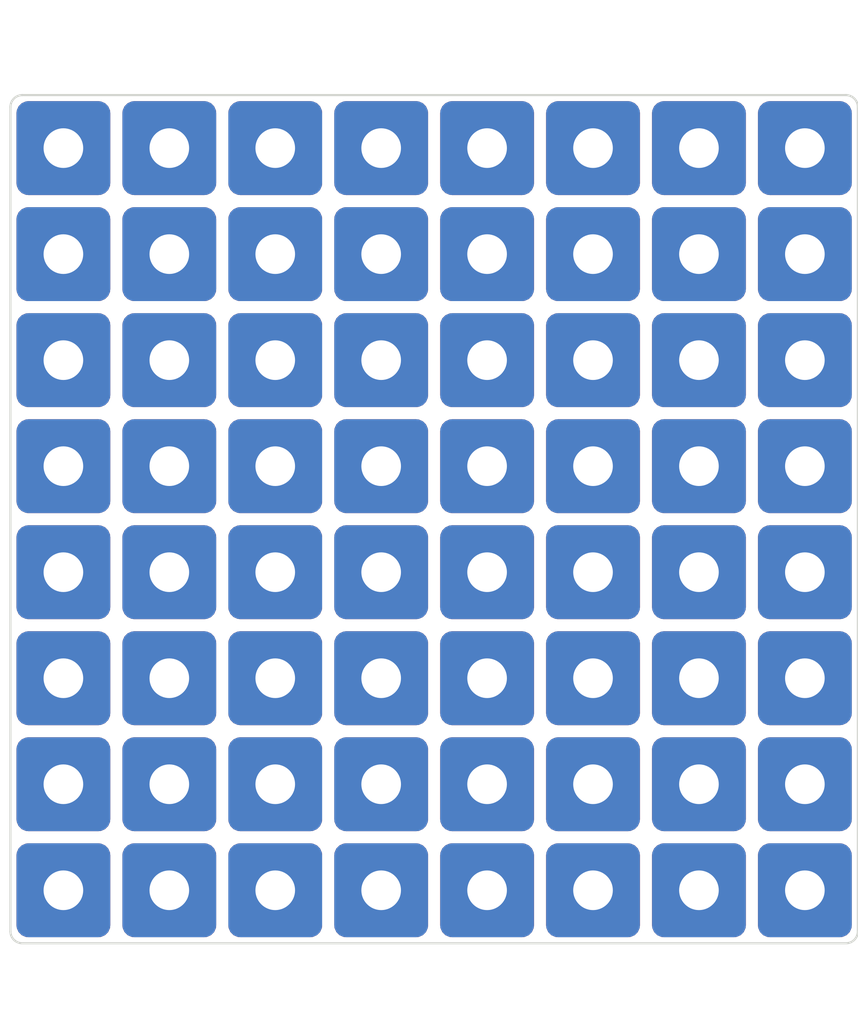
<source format=kicad_pcb>
(kicad_pcb (version 20241229) (generator "pcbnew") (generator_version "9.0")
  (layers (0 "F.Cu" signal) (2 "B.Cu" signal) (13 "F.Paste" user) (15 "B.Paste" user) (5 "F.SilkS" user "F.Silkscreen") (7 "B.SilkS" user "B.Silkscreen") (1 "F.Mask" user) (3 "B.Mask" user) (25 "Edge.Cuts" user))
  (net 0 "")
  (footprint "" (layer "F.Cu") (at 170.18 101.6)
    (property "Reference" "" (at 0 0 0) (layer "F.SilkS") (effects (font (size 1.27 1.27))))
    (property "Value" "")
    (pad "" thru_hole roundrect (at 0 0) (size 2.25 2.25) (drill 0.95) (layers "*.Cu" "*.Mask") (roundrect_rratio 0.127))
  )
  (footprint "" (layer "F.Cu") (at 157.48 88.9)
    (property "Reference" "" (at 0 0 0) (layer "F.SilkS") (effects (font (size 1.27 1.27))))
    (property "Value" "")
    (pad "" thru_hole roundrect (at 0 0) (size 2.25 2.25) (drill 0.95) (layers "*.Cu" "*.Mask") (roundrect_rratio 0.127))
  )
  (footprint "" (layer "F.Cu") (at 160.02 88.9)
    (property "Reference" "" (at 0 0 0) (layer "F.SilkS") (effects (font (size 1.27 1.27))))
    (property "Value" "")
    (pad "" thru_hole roundrect (at 0 0) (size 2.25 2.25) (drill 0.95) (layers "*.Cu" "*.Mask") (roundrect_rratio 0.127))
  )
  (footprint "" (layer "F.Cu") (at 152.4 99.06)
    (property "Reference" "" (at 0 0 0) (layer "F.SilkS") (effects (font (size 1.27 1.27))))
    (property "Value" "")
    (pad "" thru_hole roundrect (at 0 0) (size 2.25 2.25) (drill 0.95) (layers "*.Cu" "*.Mask") (roundrect_rratio 0.127))
  )
  (footprint "" (layer "F.Cu") (at 167.64 101.6)
    (property "Reference" "" (at 0 0 0) (layer "F.SilkS") (effects (font (size 1.27 1.27))))
    (property "Value" "")
    (pad "" thru_hole roundrect (at 0 0) (size 2.25 2.25) (drill 0.95) (layers "*.Cu" "*.Mask") (roundrect_rratio 0.127))
  )
  (footprint "" (layer "F.Cu") (at 162.56 88.9)
    (property "Reference" "" (at 0 0 0) (layer "F.SilkS") (effects (font (size 1.27 1.27))))
    (property "Value" "")
    (pad "" thru_hole roundrect (at 0 0) (size 2.25 2.25) (drill 0.95) (layers "*.Cu" "*.Mask") (roundrect_rratio 0.127))
  )
  (footprint "" (layer "F.Cu") (at 162.56 91.44)
    (property "Reference" "" (at 0 0 0) (layer "F.SilkS") (effects (font (size 1.27 1.27))))
    (property "Value" "")
    (pad "" thru_hole roundrect (at 0 0) (size 2.25 2.25) (drill 0.95) (layers "*.Cu" "*.Mask") (roundrect_rratio 0.127))
  )
  (footprint "" (layer "F.Cu") (at 165.1 104.14)
    (property "Reference" "" (at 0 0 0) (layer "F.SilkS") (effects (font (size 1.27 1.27))))
    (property "Value" "")
    (pad "" thru_hole roundrect (at 0 0) (size 2.25 2.25) (drill 0.95) (layers "*.Cu" "*.Mask") (roundrect_rratio 0.127))
  )
  (footprint "" (layer "F.Cu") (at 154.94 93.98)
    (property "Reference" "" (at 0 0 0) (layer "F.SilkS") (effects (font (size 1.27 1.27))))
    (property "Value" "")
    (pad "" thru_hole roundrect (at 0 0) (size 2.25 2.25) (drill 0.95) (layers "*.Cu" "*.Mask") (roundrect_rratio 0.127))
  )
  (footprint "" (layer "F.Cu") (at 160.02 93.98)
    (property "Reference" "" (at 0 0 0) (layer "F.SilkS") (effects (font (size 1.27 1.27))))
    (property "Value" "")
    (pad "" thru_hole roundrect (at 0 0) (size 2.25 2.25) (drill 0.95) (layers "*.Cu" "*.Mask") (roundrect_rratio 0.127))
  )
  (footprint "" (layer "F.Cu") (at 165.1 99.06)
    (property "Reference" "" (at 0 0 0) (layer "F.SilkS") (effects (font (size 1.27 1.27))))
    (property "Value" "")
    (pad "" thru_hole roundrect (at 0 0) (size 2.25 2.25) (drill 0.95) (layers "*.Cu" "*.Mask") (roundrect_rratio 0.127))
  )
  (footprint "" (layer "F.Cu") (at 167.64 96.52)
    (property "Reference" "" (at 0 0 0) (layer "F.SilkS") (effects (font (size 1.27 1.27))))
    (property "Value" "")
    (pad "" thru_hole roundrect (at 0 0) (size 2.25 2.25) (drill 0.95) (layers "*.Cu" "*.Mask") (roundrect_rratio 0.127))
  )
  (footprint "" (layer "F.Cu") (at 167.64 99.06)
    (property "Reference" "" (at 0 0 0) (layer "F.SilkS") (effects (font (size 1.27 1.27))))
    (property "Value" "")
    (pad "" thru_hole roundrect (at 0 0) (size 2.25 2.25) (drill 0.95) (layers "*.Cu" "*.Mask") (roundrect_rratio 0.127))
  )
  (footprint "" (layer "F.Cu") (at 167.64 104.14)
    (property "Reference" "" (at 0 0 0) (layer "F.SilkS") (effects (font (size 1.27 1.27))))
    (property "Value" "")
    (pad "" thru_hole roundrect (at 0 0) (size 2.25 2.25) (drill 0.95) (layers "*.Cu" "*.Mask") (roundrect_rratio 0.127))
  )
  (footprint "" (layer "F.Cu") (at 162.56 104.14)
    (property "Reference" "" (at 0 0 0) (layer "F.SilkS") (effects (font (size 1.27 1.27))))
    (property "Value" "")
    (pad "" thru_hole roundrect (at 0 0) (size 2.25 2.25) (drill 0.95) (layers "*.Cu" "*.Mask") (roundrect_rratio 0.127))
  )
  (footprint "" (layer "F.Cu") (at 165.1 93.98)
    (property "Reference" "" (at 0 0 0) (layer "F.SilkS") (effects (font (size 1.27 1.27))))
    (property "Value" "")
    (pad "" thru_hole roundrect (at 0 0) (size 2.25 2.25) (drill 0.95) (layers "*.Cu" "*.Mask") (roundrect_rratio 0.127))
  )
  (footprint "" (layer "F.Cu") (at 154.94 96.52)
    (property "Reference" "" (at 0 0 0) (layer "F.SilkS") (effects (font (size 1.27 1.27))))
    (property "Value" "")
    (pad "" thru_hole roundrect (at 0 0) (size 2.25 2.25) (drill 0.95) (layers "*.Cu" "*.Mask") (roundrect_rratio 0.127))
  )
  (footprint "MiniBadge:MiniBadge_Simple_NoEdges" (layer "F.Cu") (at 151.13 87.63)
    (property "Reference" "MB1" (hide yes))
    (property "Value" "MiniBadge_Simple")
    (pad "1" thru_hole roundrect (at 1.27 1.27) (size 2.25 2.25) (drill 0.95) (layers "*.Cu" "*.Mask") (roundrect_rratio 0.127))
    (pad "2" thru_hole roundrect (at 3.81 1.27) (size 2.25 2.25) (drill 0.95) (layers "*.Cu" "*.Mask") (roundrect_rratio 0.127))
    (pad "7" thru_hole roundrect (at 16.51 1.27) (size 2.25 2.25) (drill 0.95) (layers "*.Cu" "*.Mask") (roundrect_rratio 0.127))
    (pad "8" thru_hole roundrect (at 19.05 1.27) (size 2.25 2.25) (drill 0.95) (layers "*.Cu" "*.Mask") (roundrect_rratio 0.127))
    (pad "9" thru_hole roundrect (at 1.27 19.05) (size 2.25 2.25) (drill 0.95) (layers "*.Cu" "*.Mask") (roundrect_rratio 0.127))
    (pad "10" thru_hole roundrect (at 3.81 19.05) (size 2.25 2.25) (drill 0.95) (layers "*.Cu" "*.Mask") (roundrect_rratio 0.127))
    (pad "15" thru_hole roundrect (at 16.51 19.05) (size 2.25 2.25) (drill 0.95) (layers "*.Cu" "*.Mask") (roundrect_rratio 0.127))
    (pad "16" thru_hole roundrect (at 19.05 19.05) (size 2.25 2.25) (drill 0.95) (layers "*.Cu" "*.Mask") (roundrect_rratio 0.127))
  )
  (footprint "" (layer "F.Cu") (at 152.4 101.6)
    (property "Reference" "" (at 0 0 0) (layer "F.SilkS") (effects (font (size 1.27 1.27))))
    (property "Value" "")
    (pad "" thru_hole roundrect (at 0 0) (size 2.25 2.25) (drill 0.95) (layers "*.Cu" "*.Mask") (roundrect_rratio 0.127))
  )
  (footprint "" (layer "F.Cu") (at 152.4 104.14)
    (property "Reference" "" (at 0 0 0) (layer "F.SilkS") (effects (font (size 1.27 1.27))))
    (property "Value" "")
    (pad "" thru_hole roundrect (at 0 0) (size 2.25 2.25) (drill 0.95) (layers "*.Cu" "*.Mask") (roundrect_rratio 0.127))
  )
  (footprint "" (layer "F.Cu") (at 165.1 96.52)
    (property "Reference" "" (at 0 0 0) (layer "F.SilkS") (effects (font (size 1.27 1.27))))
    (property "Value" "")
    (pad "" thru_hole roundrect (at 0 0) (size 2.25 2.25) (drill 0.95) (layers "*.Cu" "*.Mask") (roundrect_rratio 0.127))
  )
  (footprint "" (layer "F.Cu") (at 160.02 96.52)
    (property "Reference" "" (at 0 0 0) (layer "F.SilkS") (effects (font (size 1.27 1.27))))
    (property "Value" "")
    (pad "" thru_hole roundrect (at 0 0) (size 2.25 2.25) (drill 0.95) (layers "*.Cu" "*.Mask") (roundrect_rratio 0.127))
  )
  (footprint "" (layer "F.Cu") (at 154.94 99.06)
    (property "Reference" "" (at 0 0 0) (layer "F.SilkS") (effects (font (size 1.27 1.27))))
    (property "Value" "")
    (pad "" thru_hole roundrect (at 0 0) (size 2.25 2.25) (drill 0.95) (layers "*.Cu" "*.Mask") (roundrect_rratio 0.127))
  )
  (footprint "" (layer "F.Cu") (at 157.48 106.68)
    (property "Reference" "" (at 0 0 0) (layer "F.SilkS") (effects (font (size 1.27 1.27))))
    (property "Value" "")
    (pad "" thru_hole roundrect (at 0 0) (size 2.25 2.25) (drill 0.95) (layers "*.Cu" "*.Mask") (roundrect_rratio 0.127))
  )
  (footprint "" (layer "F.Cu") (at 160.02 99.06)
    (property "Reference" "" (at 0 0 0) (layer "F.SilkS") (effects (font (size 1.27 1.27))))
    (property "Value" "")
    (pad "" thru_hole roundrect (at 0 0) (size 2.25 2.25) (drill 0.95) (layers "*.Cu" "*.Mask") (roundrect_rratio 0.127))
  )
  (footprint "" (layer "F.Cu") (at 152.4 91.44)
    (property "Reference" "" (at 0 0 0) (layer "F.SilkS") (effects (font (size 1.27 1.27))))
    (property "Value" "")
    (pad "" thru_hole roundrect (at 0 0) (size 2.25 2.25) (drill 0.95) (layers "*.Cu" "*.Mask") (roundrect_rratio 0.127))
  )
  (footprint "" (layer "F.Cu") (at 165.1 91.44)
    (property "Reference" "" (at 0 0 0) (layer "F.SilkS") (effects (font (size 1.27 1.27))))
    (property "Value" "")
    (pad "" thru_hole roundrect (at 0 0) (size 2.25 2.25) (drill 0.95) (layers "*.Cu" "*.Mask") (roundrect_rratio 0.127))
  )
  (footprint "" (layer "F.Cu") (at 157.48 101.6)
    (property "Reference" "" (at 0 0 0) (layer "F.SilkS") (effects (font (size 1.27 1.27))))
    (property "Value" "")
    (pad "" thru_hole roundrect (at 0 0) (size 2.25 2.25) (drill 0.95) (layers "*.Cu" "*.Mask") (roundrect_rratio 0.127))
  )
  (footprint "" (layer "F.Cu") (at 162.56 99.06)
    (property "Reference" "" (at 0 0 0) (layer "F.SilkS") (effects (font (size 1.27 1.27))))
    (property "Value" "")
    (pad "" thru_hole roundrect (at 0 0) (size 2.25 2.25) (drill 0.95) (layers "*.Cu" "*.Mask") (roundrect_rratio 0.127))
  )
  (footprint "" (layer "F.Cu") (at 157.48 96.52)
    (property "Reference" "" (at 0 0 0) (layer "F.SilkS") (effects (font (size 1.27 1.27))))
    (property "Value" "")
    (pad "" thru_hole roundrect (at 0 0) (size 2.25 2.25) (drill 0.95) (layers "*.Cu" "*.Mask") (roundrect_rratio 0.127))
  )
  (footprint "" (layer "F.Cu") (at 152.4 96.52)
    (property "Reference" "" (at 0 0 0) (layer "F.SilkS") (effects (font (size 1.27 1.27))))
    (property "Value" "")
    (pad "" thru_hole roundrect (at 0 0) (size 2.25 2.25) (drill 0.95) (layers "*.Cu" "*.Mask") (roundrect_rratio 0.127))
  )
  (footprint "" (layer "F.Cu") (at 165.1 106.68)
    (property "Reference" "" (at 0 0 0) (layer "F.SilkS") (effects (font (size 1.27 1.27))))
    (property "Value" "")
    (pad "" thru_hole roundrect (at 0 0) (size 2.25 2.25) (drill 0.95) (layers "*.Cu" "*.Mask") (roundrect_rratio 0.127))
  )
  (footprint "" (layer "F.Cu") (at 162.56 93.98)
    (property "Reference" "" (at 0 0 0) (layer "F.SilkS") (effects (font (size 1.27 1.27))))
    (property "Value" "")
    (pad "" thru_hole roundrect (at 0 0) (size 2.25 2.25) (drill 0.95) (layers "*.Cu" "*.Mask") (roundrect_rratio 0.127))
  )
  (footprint "" (layer "F.Cu") (at 162.56 106.68)
    (property "Reference" "" (at 0 0 0) (layer "F.SilkS") (effects (font (size 1.27 1.27))))
    (property "Value" "")
    (pad "" thru_hole roundrect (at 0 0) (size 2.25 2.25) (drill 0.95) (layers "*.Cu" "*.Mask") (roundrect_rratio 0.127))
  )
  (footprint "" (layer "F.Cu") (at 167.64 91.44)
    (property "Reference" "" (at 0 0 0) (layer "F.SilkS") (effects (font (size 1.27 1.27))))
    (property "Value" "")
    (pad "" thru_hole roundrect (at 0 0) (size 2.25 2.25) (drill 0.95) (layers "*.Cu" "*.Mask") (roundrect_rratio 0.127))
  )
  (footprint "" (layer "F.Cu") (at 160.02 104.14)
    (property "Reference" "" (at 0 0 0) (layer "F.SilkS") (effects (font (size 1.27 1.27))))
    (property "Value" "")
    (pad "" thru_hole roundrect (at 0 0) (size 2.25 2.25) (drill 0.95) (layers "*.Cu" "*.Mask") (roundrect_rratio 0.127))
  )
  (footprint "" (layer "F.Cu") (at 170.18 99.06)
    (property "Reference" "" (at 0 0 0) (layer "F.SilkS") (effects (font (size 1.27 1.27))))
    (property "Value" "")
    (pad "" thru_hole roundrect (at 0 0) (size 2.25 2.25) (drill 0.95) (layers "*.Cu" "*.Mask") (roundrect_rratio 0.127))
  )
  (footprint "" (layer "F.Cu") (at 160.02 101.6)
    (property "Reference" "" (at 0 0 0) (layer "F.SilkS") (effects (font (size 1.27 1.27))))
    (property "Value" "")
    (pad "" thru_hole roundrect (at 0 0) (size 2.25 2.25) (drill 0.95) (layers "*.Cu" "*.Mask") (roundrect_rratio 0.127))
  )
  (footprint "" (layer "F.Cu") (at 170.18 104.14)
    (property "Reference" "" (at 0 0 0) (layer "F.SilkS") (effects (font (size 1.27 1.27))))
    (property "Value" "")
    (pad "" thru_hole roundrect (at 0 0) (size 2.25 2.25) (drill 0.95) (layers "*.Cu" "*.Mask") (roundrect_rratio 0.127))
  )
  (footprint "" (layer "F.Cu") (at 157.48 99.06)
    (property "Reference" "" (at 0 0 0) (layer "F.SilkS") (effects (font (size 1.27 1.27))))
    (property "Value" "")
    (pad "" thru_hole roundrect (at 0 0) (size 2.25 2.25) (drill 0.95) (layers "*.Cu" "*.Mask") (roundrect_rratio 0.127))
  )
  (footprint "" (layer "F.Cu") (at 157.48 91.44)
    (property "Reference" "" (at 0 0 0) (layer "F.SilkS") (effects (font (size 1.27 1.27))))
    (property "Value" "")
    (pad "" thru_hole roundrect (at 0 0) (size 2.25 2.25) (drill 0.95) (layers "*.Cu" "*.Mask") (roundrect_rratio 0.127))
  )
  (footprint "" (layer "F.Cu") (at 160.02 106.68)
    (property "Reference" "" (at 0 0 0) (layer "F.SilkS") (effects (font (size 1.27 1.27))))
    (property "Value" "")
    (pad "" thru_hole roundrect (at 0 0) (size 2.25 2.25) (drill 0.95) (layers "*.Cu" "*.Mask") (roundrect_rratio 0.127))
  )
  (footprint "" (layer "F.Cu") (at 157.48 93.98)
    (property "Reference" "" (at 0 0 0) (layer "F.SilkS") (effects (font (size 1.27 1.27))))
    (property "Value" "")
    (pad "" thru_hole roundrect (at 0 0) (size 2.25 2.25) (drill 0.95) (layers "*.Cu" "*.Mask") (roundrect_rratio 0.127))
  )
  (footprint "" (layer "F.Cu") (at 170.18 91.44)
    (property "Reference" "" (at 0 0 0) (layer "F.SilkS") (effects (font (size 1.27 1.27))))
    (property "Value" "")
    (pad "" thru_hole roundrect (at 0 0) (size 2.25 2.25) (drill 0.95) (layers "*.Cu" "*.Mask") (roundrect_rratio 0.127))
  )
  (footprint "" (layer "F.Cu") (at 154.94 91.44)
    (property "Reference" "" (at 0 0 0) (layer "F.SilkS") (effects (font (size 1.27 1.27))))
    (property "Value" "")
    (pad "" thru_hole roundrect (at 0 0) (size 2.25 2.25) (drill 0.95) (layers "*.Cu" "*.Mask") (roundrect_rratio 0.127))
  )
  (footprint "" (layer "F.Cu") (at 160.02 91.44)
    (property "Reference" "" (at 0 0 0) (layer "F.SilkS") (effects (font (size 1.27 1.27))))
    (property "Value" "")
    (pad "" thru_hole roundrect (at 0 0) (size 2.25 2.25) (drill 0.95) (layers "*.Cu" "*.Mask") (roundrect_rratio 0.127))
  )
  (footprint "" (layer "F.Cu") (at 162.56 96.52)
    (property "Reference" "" (at 0 0 0) (layer "F.SilkS") (effects (font (size 1.27 1.27))))
    (property "Value" "")
    (pad "" thru_hole roundrect (at 0 0) (size 2.25 2.25) (drill 0.95) (layers "*.Cu" "*.Mask") (roundrect_rratio 0.127))
  )
  (footprint "" (layer "F.Cu") (at 154.94 101.6)
    (property "Reference" "" (at 0 0 0) (layer "F.SilkS") (effects (font (size 1.27 1.27))))
    (property "Value" "")
    (pad "" thru_hole roundrect (at 0 0) (size 2.25 2.25) (drill 0.95) (layers "*.Cu" "*.Mask") (roundrect_rratio 0.127))
  )
  (footprint "" (layer "F.Cu") (at 152.4 93.98)
    (property "Reference" "" (at 0 0 0) (layer "F.SilkS") (effects (font (size 1.27 1.27))))
    (property "Value" "")
    (pad "" thru_hole roundrect (at 0 0) (size 2.25 2.25) (drill 0.95) (layers "*.Cu" "*.Mask") (roundrect_rratio 0.127))
  )
  (footprint "" (layer "F.Cu") (at 170.18 96.52)
    (property "Reference" "" (at 0 0 0) (layer "F.SilkS") (effects (font (size 1.27 1.27))))
    (property "Value" "")
    (pad "" thru_hole roundrect (at 0 0) (size 2.25 2.25) (drill 0.95) (layers "*.Cu" "*.Mask") (roundrect_rratio 0.127))
  )
  (footprint "" (layer "F.Cu") (at 165.1 88.9)
    (property "Reference" "" (at 0 0 0) (layer "F.SilkS") (effects (font (size 1.27 1.27))))
    (property "Value" "")
    (pad "" thru_hole roundrect (at 0 0) (size 2.25 2.25) (drill 0.95) (layers "*.Cu" "*.Mask") (roundrect_rratio 0.127))
  )
  (footprint "" (layer "F.Cu") (at 154.94 104.14)
    (property "Reference" "" (at 0 0 0) (layer "F.SilkS") (effects (font (size 1.27 1.27))))
    (property "Value" "")
    (pad "" thru_hole roundrect (at 0 0) (size 2.25 2.25) (drill 0.95) (layers "*.Cu" "*.Mask") (roundrect_rratio 0.127))
  )
  (footprint "" (layer "F.Cu") (at 170.18 93.98)
    (property "Reference" "" (at 0 0 0) (layer "F.SilkS") (effects (font (size 1.27 1.27))))
    (property "Value" "")
    (pad "" thru_hole roundrect (at 0 0) (size 2.25 2.25) (drill 0.95) (layers "*.Cu" "*.Mask") (roundrect_rratio 0.127))
  )
  (footprint "" (layer "F.Cu") (at 157.48 104.14)
    (property "Reference" "" (at 0 0 0) (layer "F.SilkS") (effects (font (size 1.27 1.27))))
    (property "Value" "")
    (pad "" thru_hole roundrect (at 0 0) (size 2.25 2.25) (drill 0.95) (layers "*.Cu" "*.Mask") (roundrect_rratio 0.127))
  )
  (footprint "" (layer "F.Cu") (at 167.64 93.98)
    (property "Reference" "" (at 0 0 0) (layer "F.SilkS") (effects (font (size 1.27 1.27))))
    (property "Value" "")
    (pad "" thru_hole roundrect (at 0 0) (size 2.25 2.25) (drill 0.95) (layers "*.Cu" "*.Mask") (roundrect_rratio 0.127))
  )
  (footprint "" (layer "F.Cu") (at 162.56 101.6)
    (property "Reference" "" (at 0 0 0) (layer "F.SilkS") (effects (font (size 1.27 1.27))))
    (property "Value" "")
    (pad "" thru_hole roundrect (at 0 0) (size 2.25 2.25) (drill 0.95) (layers "*.Cu" "*.Mask") (roundrect_rratio 0.127))
  )
  (footprint "" (layer "F.Cu") (at 165.1 101.6)
    (property "Reference" "" (at 0 0 0) (layer "F.SilkS") (effects (font (size 1.27 1.27))))
    (property "Value" "")
    (pad "" thru_hole roundrect (at 0 0) (size 2.25 2.25) (drill 0.95) (layers "*.Cu" "*.Mask") (roundrect_rratio 0.127))
  )
  (gr_arc (start 151.41575 107.95) (mid 151.213694 107.866306) (end 151.13 107.66425) (stroke (width 0.05)) (layer "Edge.Cuts"))
  (gr_arc (start 151.13 87.91575) (mid 151.21368 87.71368) (end 151.41575 87.63) (stroke (width 0.05)) (layer "Edge.Cuts"))
  (gr_line (start 151.41575 87.63) (end 171.16425 87.63) (stroke (width 0.05)) (layer "Edge.Cuts"))
  (gr_line (start 171.45 87.91575) (end 171.45 107.66425) (stroke (width 0.05)) (layer "Edge.Cuts"))
  (gr_line (start 171.16425 107.95) (end 151.41575 107.95) (stroke (width 0.05)) (layer "Edge.Cuts"))
  (gr_line (start 151.13 107.66425) (end 151.13 87.91575) (stroke (width 0.05)) (layer "Edge.Cuts"))
  (gr_arc (start 171.16425 87.63) (mid 171.366306 87.713694) (end 171.45 87.91575) (stroke (width 0.05)) (layer "Edge.Cuts"))
  (gr_arc (start 171.45 107.66425) (mid 171.366306 107.866306) (end 171.16425 107.95) (stroke (width 0.05)) (layer "Edge.Cuts"))
)
</source>
